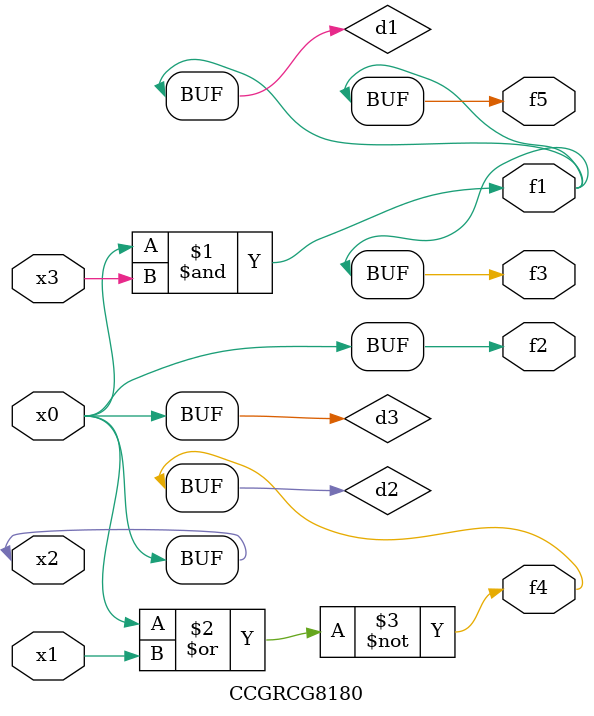
<source format=v>
module CCGRCG8180(
	input x0, x1, x2, x3,
	output f1, f2, f3, f4, f5
);

	wire d1, d2, d3;

	and (d1, x2, x3);
	nor (d2, x0, x1);
	buf (d3, x0, x2);
	assign f1 = d1;
	assign f2 = d3;
	assign f3 = d1;
	assign f4 = d2;
	assign f5 = d1;
endmodule

</source>
